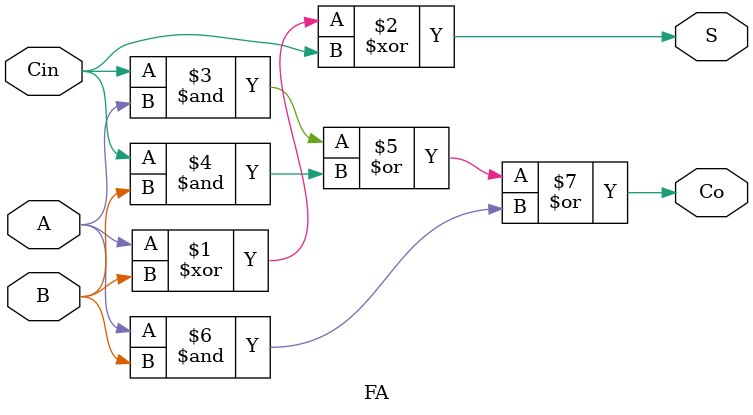
<source format=sv>
/*
  FA design
*/
module FA 
(
  input logic   A,
  input logic   B,
  input logic   Cin, 
  output logic  S,
  output logic  Co
);

  assign S = A ^ B ^ Cin;
  assign Co = (Cin & A) | (Cin & B) |(A & B);

endmodule 

</source>
